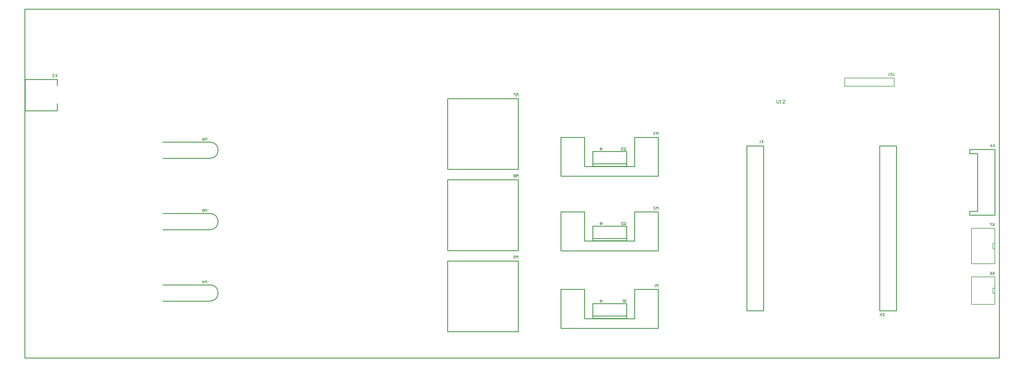
<source format=gbo>
G04 Layer_Color=32896*
%FSLAX43Y43*%
%MOMM*%
G71*
G01*
G75*
%ADD29C,0.150*%
%ADD31C,0.200*%
%ADD35C,0.254*%
%ADD36C,0.178*%
D29*
X298025Y33660D02*
X298600D01*
X298025D02*
Y35285D01*
X298575D01*
X291400Y39950D02*
X298600D01*
Y28975D02*
Y39950D01*
X291400Y28975D02*
X298600D01*
X291400D02*
Y39950D01*
Y16500D02*
Y24950D01*
Y16500D02*
X298600D01*
Y24950D01*
X291400D02*
X298600D01*
X298025Y21485D02*
X298575D01*
X298025Y19860D02*
Y21485D01*
Y19860D02*
X298600D01*
X184467Y64133D02*
Y64666D01*
X184600Y64800D01*
X184867D01*
X185000Y64666D01*
Y64133D01*
X184867Y64000D01*
X184600D01*
X184733Y64267D02*
X184467Y64000D01*
X184600D02*
X184467Y64133D01*
X184200Y64666D02*
X184067Y64800D01*
X183800D01*
X183667Y64666D01*
Y64533D01*
X183800Y64400D01*
X183934D01*
X183800D01*
X183667Y64267D01*
Y64133D01*
X183800Y64000D01*
X184067D01*
X184200Y64133D01*
X151878Y55691D02*
Y56491D01*
X151611Y56224D01*
X151345Y56491D01*
Y55691D01*
X151078Y56357D02*
X150945Y56491D01*
X150678D01*
X150545Y56357D01*
Y56224D01*
X150678Y56091D01*
X150545Y55958D01*
Y55824D01*
X150678Y55691D01*
X150945D01*
X151078Y55824D01*
Y55958D01*
X150945Y56091D01*
X151078Y56224D01*
Y56357D01*
X150945Y56091D02*
X150678D01*
X151878Y80685D02*
Y81484D01*
X151611Y81218D01*
X151345Y81484D01*
Y80685D01*
X151078Y81484D02*
X150545D01*
Y81351D01*
X151078Y80818D01*
Y80685D01*
X56000Y67000D02*
Y67800D01*
X55733Y67533D01*
X55467Y67800D01*
Y67000D01*
X54667Y67800D02*
X54934Y67666D01*
X55200Y67400D01*
Y67133D01*
X55067Y67000D01*
X54800D01*
X54667Y67133D01*
Y67267D01*
X54800Y67400D01*
X55200D01*
X267567Y87838D02*
Y87172D01*
X267434Y87038D01*
X267167D01*
X267034Y87172D01*
Y87838D01*
X266767Y87038D02*
X266501D01*
X266634D01*
Y87838D01*
X266767Y87705D01*
X266101Y87038D02*
X265834D01*
X265967D01*
Y87838D01*
X266101Y87705D01*
X263254Y12894D02*
X263787Y13694D01*
Y12894D02*
X263254Y13694D01*
X264586D02*
X264053D01*
X264586Y13161D01*
Y13027D01*
X264453Y12894D01*
X264187D01*
X264053Y13027D01*
X298538Y41483D02*
X298004Y40683D01*
Y41483D02*
X298538Y40683D01*
X297738Y41483D02*
X297205D01*
Y41350D01*
X297738Y40817D01*
Y40683D01*
X298538Y26472D02*
X298004Y25672D01*
Y26472D02*
X298538Y25672D01*
X297205Y26472D02*
X297471Y26338D01*
X297738Y26072D01*
Y25805D01*
X297605Y25672D01*
X297338D01*
X297205Y25805D01*
Y25939D01*
X297338Y26072D01*
X297738D01*
X194969Y21872D02*
Y22672D01*
X194702Y22406D01*
X194435Y22672D01*
Y21872D01*
X194169D02*
X193902D01*
X194036D01*
Y22672D01*
X194169Y22539D01*
X9968Y87406D02*
X9435Y86607D01*
Y87406D02*
X9968Y86607D01*
X9168Y87273D02*
X9035Y87406D01*
X8769D01*
X8635Y87273D01*
Y87140D01*
X8769Y87006D01*
X8902D01*
X8769D01*
X8635Y86873D01*
Y86740D01*
X8769Y86607D01*
X9035D01*
X9168Y86740D01*
X298584Y65777D02*
X298051Y64977D01*
Y65777D02*
X298584Y64977D01*
X297384D02*
Y65777D01*
X297784Y65377D01*
X297251D01*
X151878Y30697D02*
Y31497D01*
X151611Y31231D01*
X151345Y31497D01*
Y30697D01*
X151078Y30831D02*
X150945Y30697D01*
X150678D01*
X150545Y30831D01*
Y31364D01*
X150678Y31497D01*
X150945D01*
X151078Y31364D01*
Y31231D01*
X150945Y31097D01*
X150545D01*
X194969Y68792D02*
Y69592D01*
X194702Y69325D01*
X194435Y69592D01*
Y68792D01*
X194169Y69458D02*
X194036Y69592D01*
X193769D01*
X193636Y69458D01*
Y69325D01*
X193769Y69192D01*
X193902D01*
X193769D01*
X193636Y69058D01*
Y68925D01*
X193769Y68792D01*
X194036D01*
X194169Y68925D01*
X194969Y45777D02*
Y46576D01*
X194702Y46310D01*
X194435Y46576D01*
Y45777D01*
X193636D02*
X194169D01*
X193636Y46310D01*
Y46443D01*
X193769Y46576D01*
X194036D01*
X194169Y46443D01*
X56000Y23000D02*
Y23800D01*
X55733Y23533D01*
X55467Y23800D01*
Y23000D01*
X54800D02*
Y23800D01*
X55200Y23400D01*
X54667D01*
X56000Y45000D02*
Y45800D01*
X55733Y45533D01*
X55467Y45800D01*
Y45000D01*
X54667Y45800D02*
X55200D01*
Y45400D01*
X54934Y45533D01*
X54800D01*
X54667Y45400D01*
Y45133D01*
X54800Y45000D01*
X55067D01*
X55200Y45133D01*
X184567Y17333D02*
Y17866D01*
X184700Y18000D01*
X184967D01*
X185100Y17866D01*
Y17333D01*
X184967Y17200D01*
X184700D01*
X184833Y17467D02*
X184567Y17200D01*
X184700D02*
X184567Y17333D01*
X184300Y17200D02*
X184034D01*
X184167D01*
Y18000D01*
X184300Y17866D01*
X184467Y41133D02*
Y41666D01*
X184600Y41800D01*
X184867D01*
X185000Y41666D01*
Y41133D01*
X184867Y41000D01*
X184600D01*
X184733Y41267D02*
X184467Y41000D01*
X184600D02*
X184467Y41133D01*
X183667Y41000D02*
X184200D01*
X183667Y41533D01*
Y41666D01*
X183800Y41800D01*
X184067D01*
X184200Y41666D01*
X227307Y67046D02*
X226773Y66246D01*
Y67046D02*
X227307Y66246D01*
X226507D02*
X226240D01*
X226373D01*
Y67046D01*
X226507Y66913D01*
D31*
X267620Y83730D02*
Y86270D01*
X252380Y83730D02*
X267620D01*
X252380D02*
Y86270D01*
X267620D01*
D35*
X177700Y64400D02*
G03*
X177700Y64400I-300J0D01*
G01*
X57000Y61500D02*
G03*
X57000Y66500I0J2500D01*
G01*
Y17500D02*
G03*
X57000Y22500I0J2500D01*
G01*
Y39500D02*
G03*
X57000Y44500I0J2500D01*
G01*
X177700Y17500D02*
G03*
X177700Y17500I-300J0D01*
G01*
Y41400D02*
G03*
X177700Y41400I-300J0D01*
G01*
X174800Y59800D02*
X185200D01*
X174800Y59100D02*
Y63600D01*
X185200D01*
Y59100D02*
Y63600D01*
X174800Y59100D02*
X185200D01*
X130100Y33100D02*
X151900D01*
Y54900D01*
X130100D02*
X151900D01*
X130100Y33100D02*
Y54900D01*
Y58100D02*
Y79900D01*
X151900D01*
Y58100D02*
Y79900D01*
X130100Y58100D02*
X151900D01*
X42500Y61500D02*
X57000D01*
X42500Y66500D02*
X57000D01*
X263130Y65370D02*
X268330D01*
Y14570D02*
Y65370D01*
X263130Y14570D02*
X268330D01*
X263130D02*
Y65370D01*
X165000Y9100D02*
Y21100D01*
X172300D01*
Y12100D02*
Y21100D01*
Y12100D02*
X187700D01*
Y21100D01*
X195000D01*
Y9100D02*
Y21100D01*
X165000Y9100D02*
X195000D01*
X10000Y76175D02*
Y78375D01*
Y83875D02*
Y85825D01*
X100D02*
X10000D01*
X100Y76175D02*
Y85825D01*
Y76175D02*
X10000D01*
X290800Y44000D02*
Y45200D01*
X293300D01*
Y63000D01*
X290800D02*
X293300D01*
X290800D02*
Y64200D01*
X298600D01*
X290800Y44000D02*
X298600D01*
Y64200D01*
X130100Y8100D02*
Y29900D01*
X151900D01*
Y8100D02*
Y29900D01*
X130100Y8100D02*
X151900D01*
X165000Y56000D02*
Y68000D01*
X172300D01*
Y59000D02*
Y68000D01*
Y59000D02*
X187700D01*
Y68000D01*
X195000D01*
Y56000D02*
Y68000D01*
X165000Y56000D02*
X195000D01*
X165000Y33000D02*
Y45000D01*
X172300D01*
Y36000D02*
Y45000D01*
Y36000D02*
X187700D01*
Y45000D01*
X195000D01*
Y33000D02*
Y45000D01*
X165000Y33000D02*
X195000D01*
X42500Y17500D02*
X57000D01*
X42500Y22500D02*
X57000D01*
X42500Y39500D02*
X57000D01*
X42500Y44500D02*
X57000D01*
X174800Y12900D02*
X185200D01*
X174800Y12200D02*
Y16700D01*
X185200D01*
Y12200D02*
Y16700D01*
X174800Y12200D02*
X185200D01*
X174800Y36800D02*
X185200D01*
X174800Y36100D02*
Y40600D01*
X185200D01*
Y36100D02*
Y40600D01*
X174800Y36100D02*
X185200D01*
X222230Y14570D02*
X227430D01*
X222230D02*
Y65370D01*
X227430D01*
Y14570D02*
Y65370D01*
X0Y0D02*
Y107500D01*
X300000D01*
Y0D02*
Y107500D01*
X0Y0D02*
X300000D01*
D36*
X231476Y79508D02*
Y78661D01*
X231645Y78492D01*
X231984D01*
X232153Y78661D01*
Y79508D01*
X232492Y78492D02*
X232830D01*
X232661D01*
Y79508D01*
X232492Y79338D01*
X234015Y78492D02*
X233338D01*
X234015Y79169D01*
Y79338D01*
X233846Y79508D01*
X233507D01*
X233338Y79338D01*
M02*

</source>
